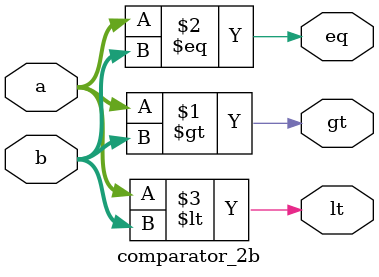
<source format=v>
module comparator_2b(
	input [1:0] a,b,
	output gt,eq,lt
);
assign gt = a > b;
assign eq = a == b;
assign lt = a < b;
endmodule

</source>
